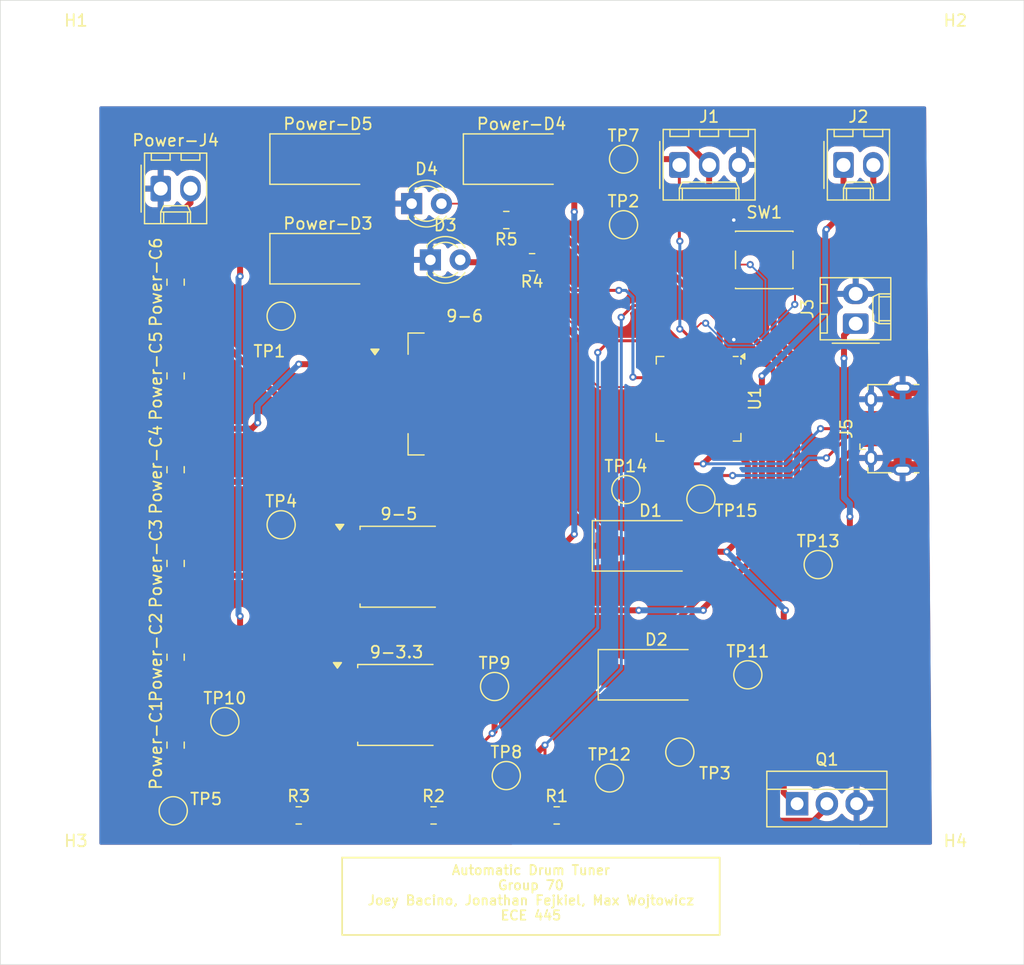
<source format=kicad_pcb>
(kicad_pcb (version 20240108) (generator "pcbnew") (generator_version "8.0")
  (layers (0 "F.Cu" signal) (31 "B.Cu" signal) (34 "B.Paste" user) (35 "F.Paste" user) (36 "B.SilkS" user "B.Silkscreen") (37 "F.SilkS" user "F.Silkscreen") (38 "B.Mask" user) (39 "F.Mask" user) (44 "Edge.Cuts" user))
  (net 0 "")
  (net 1 "/B+")
  (net 2 "GND")
  (net 3 "+5V")
  (net 4 "Net-(D1-A)")
  (net 5 "+6V")
  (net 6 "+3.3V")
  (net 7 "/Servo_Signal")
  (net 8 "Net-(J3-Pin_1)")
  (net 10 "/D-")
  (net 11 "/D+")
  (net 12 "Net-(Q1-B)")
  (net 13 "/Solenoid_Signal")
  (net 14 "/PiezoOut")
  (net 28 "Net-(D3-A)")
  (net 41 "Net-(D4-A)")
  (net 63 "Net-(9-3.3-VO)")
  (net 64 "Net-(9-5-VO)")
  (net 65 "Net-(9-6-OUT)")
  (net 66 "/LEDSignal1")
  (net 67 "/LEDSignal2")
  (net 68 "Net-(U1-GPIO0)")
  (footprint "Diode_SMD:D_SMA-SMB_Universal_Handsoldering" (layer "F.Cu") (at 127 82.5)
    (property "Reference" "Power-D3")
    (property "Value" "D")
  )
  (footprint "Diode_SMD:D_SMA-SMB_Universal_Handsoldering" (layer "F.Cu") (at 143.5 74)
    (property "Reference" "Power-D4")
    (property "Value" "D")
  )
  (footprint "TestPoint:TestPoint_Pad_D2.0mm" (layer "F.Cu") (at 151 126.8)
    (property "Reference" "TP12")
    (property "Value" "TestPoint" (hide yes))
  )
  (footprint "Package_TO_SOT_SMD:TO-263-3_TabPin2" (layer "F.Cu") (at 138.65 94.04)
    (property "Reference" "9-6")
    (property "Value" "L7806")
  )
  (footprint "TestPoint:TestPoint_Pad_D2.0mm" (layer "F.Cu") (at 141.2 119)
    (property "Reference" "TP9")
    (property "Value" "TestPoint" (hide yes))
  )
  (footprint "Capacitor_SMD:C_0805_2012Metric_Pad1.18x1.45mm_HandSolder" (layer "F.Cu") (at 114 100.5 90)
    (property "Reference" "Power-C4")
    (property "Value" "10uF")
  )
  (footprint "Package_TO_SOT_THT:TO-262-3_Vertical" (layer "F.Cu") (at 167 129)
    (property "Reference" "Q1")
    (property "Value" "NPN")
  )
  (footprint "Connector_Molex:Molex_KK-254_AE-6410-02A_1x02_P2.54mm_Vertical" (layer "F.Cu") (at 170.96 74.5)
    (property "Reference" "J2")
    (property "Value" "Solenoid Connector")
  )
  (footprint "TestPoint:TestPoint_Pad_D2.0mm" (layer "F.Cu") (at 142.2 126.6)
    (property "Reference" "TP8")
    (property "Value" "TestPoint" (hide yes))
  )
  (footprint "Diode_SMD:D_SMA-SMB_Universal_Handsoldering" (layer "F.Cu") (at 155 118)
    (property "Reference" "D2")
    (property "Value" "D_Schottky")
  )
  (footprint "Diode_SMD:D_SMA-SMB_Universal_Handsoldering" (layer "F.Cu") (at 127 74)
    (property "Reference" "Power-D5")
    (property "Value" "D")
  )
  (footprint "Capacitor_SMD:C_0805_2012Metric_Pad1.18x1.45mm_HandSolder" (layer "F.Cu") (at 114 124 90)
    (property "Reference" "Power-C1")
    (property "Value" "10uF")
  )
  (footprint "Resistor_SMD:R_0805_2012Metric_Pad1.20x1.40mm_HandSolder" (layer "F.Cu") (at 142.2 79.2 180)
    (property "Reference" "R5")
    (property "Value" "R")
  )
  (footprint "TestPoint:TestPoint_Pad_D2.0mm" (layer "F.Cu") (at 152.4 102.2)
    (property "Reference" "TP14")
    (property "Value" "TestPoint" (hide yes))
  )
  (footprint "TestPoint:TestPoint_Pad_D2.0mm" (layer "F.Cu") (at 118.2 122)
    (property "Reference" "TP10")
    (property "Value" "TestPoint" (hide yes))
  )
  (footprint "MountingHole:MountingHole_3.2mm_M3" (layer "F.Cu") (at 105.5 136.375)
    (property "Reference" "H3")
    (property "Value" "MountingHole")
  )
  (footprint "Capacitor_SMD:C_0805_2012Metric_Pad1.18x1.45mm_HandSolder" (layer "F.Cu") (at 114 108.5 90)
    (property "Reference" "Power-C3")
    (property "Value" "100uF")
  )
  (footprint "TestPoint:TestPoint_Pad_D2.0mm" (layer "F.Cu") (at 123 87.4)
    (property "Reference" "TP1")
    (property "Value" "TestPoint" (hide yes))
  )
  (footprint "TestPoint:TestPoint_Pad_D2.0mm" (layer "F.Cu") (at 152.2 74)
    (property "Reference" "TP7")
    (property "Value" "TestPoint" (hide yes))
  )
  (footprint "Connector_Molex:Molex_KK-254_AE-6410-02A_1x02_P2.54mm_Vertical" (layer "F.Cu") (at 172 88.04 90)
    (property "Reference" "J3")
    (property "Value" "PiezoSensor")
  )
  (footprint "Connector_Molex:Molex_KK-254_AE-6410-02A_1x02_P2.54mm_Vertical" (layer "F.Cu") (at 112.73 76.52)
    (property "Reference" "Power-J4")
    (property "Value" "9V")
  )
  (footprint "Resistor_SMD:R_0805_2012Metric_Pad1.20x1.40mm_HandSolder" (layer "F.Cu") (at 144.4 82.8 180)
    (property "Reference" "R4")
    (property "Value" "R")
  )
  (footprint "Capacitor_SMD:C_0805_2012Metric_Pad1.18x1.45mm_HandSolder" (layer "F.Cu") (at 114 84.5 90)
    (property "Reference" "Power-C6")
    (property "Value" ".1uF")
  )
  (footprint "Resistor_SMD:R_0805_2012Metric_Pad1.20x1.40mm_HandSolder" (layer "F.Cu") (at 136 130)
    (property "Reference" "R2")
    (property "Value" "100k")
  )
  (footprint "Resistor_SMD:R_0805_2012Metric_Pad1.20x1.40mm_HandSolder" (layer "F.Cu") (at 146.5 130)
    (property "Reference" "R1")
    (property "Value" "1K")
  )
  (footprint "Package_DFN_QFN:QFN-56-1EP_7x7mm_P0.4mm_EP4x4mm" (layer "F.Cu") (at 158.6 94.45 -90)
    (property "Reference" "U1")
    (property "Value" "ESP32-S3")
  )
  (footprint "MountingHole:MountingHole_3.2mm_M3" (layer "F.Cu") (at 180.5 136.375)
    (property "Reference" "H4")
    (property "Value" "MountingHole")
  )
  (footprint "TestPoint:TestPoint_Pad_D2.0mm" (layer "F.Cu") (at 152.2 79.6)
    (property "Reference" "TP2")
    (property "Value" "TestPoint" (hide yes))
  )
  (footprint "Capacitor_SMD:C_0805_2012Metric_Pad1.18x1.45mm_HandSolder" (layer "F.Cu") (at 114 116.5 90)
    (property "Reference" "Power-C2")
    (property "Value" "1uF")
  )
  (footprint "Capacitor_SMD:C_0805_2012Metric_Pad1.18x1.45mm_HandSolder" (layer "F.Cu") (at 114 92.5 90)
    (property "Reference" "Power-C5")
    (property "Value" "1uF")
  )
  (footprint "TestPoint:TestPoint_Pad_D2.0mm" (layer "F.Cu") (at 157 124.6)
    (property "Reference" "TP3")
    (property "Value" "TestPoint" (hide yes))
  )
  (footprint "Diode_SMD:D_SMA-SMB_Universal_Handsoldering" (layer "F.Cu") (at 154.5 107)
    (property "Reference" "D1")
    (property "Value" "D_Schottky")
  )
  (footprint "Connector_Molex:Molex_KK-254_AE-6410-03A_1x03_P2.54mm_Vertical" (layer "F.Cu") (at 156.96 74.5)
    (property "Reference" "J1")
    (property "Value" "Servo Connector Pins")
  )
  (footprint "TestPoint:TestPoint_Pad_D2.0mm" (layer "F.Cu") (at 123 105.2)
    (property "Reference" "TP4")
    (property "Value" "TestPoint" (hide yes))
  )
  (footprint "TestPoint:TestPoint_Pad_D2.0mm" (layer "F.Cu") (at 158.8 103)
    (property "Reference" "TP15")
    (property "Value" "TestPoint" (hide yes))
  )
  (footprint "TestPoint:TestPoint_Pad_D2.0mm" (layer "F.Cu") (at 168.8 108.6)
    (property "Reference" "TP13")
    (property "Value" "TestPoint" (hide yes))
  )
  (footprint "MountingHole:MountingHole_3.2mm_M3" (layer "F.Cu") (at 180.5 66.375)
    (property "Reference" "H2")
    (property "Value" "MountingHole")
  )
  (footprint "Package_TO_SOT_SMD:TO-252-3_TabPin2" (layer "F.Cu") (at 132.84 120.5725)
    (property "Reference" "9-3.3")
    (property "Value" "AZ1117-3.3")
  )
  (footprint "LED_THT:LED_D3.0mm" (layer "F.Cu") (at 134.13 77.8)
    (property "Reference" "D4")
    (property "Value" "LED")
  )
  (footprint "Connector_USB:USB_Micro-B_Amphenol_10118194-0001LF_Horizontal" (layer "F.Cu") (at 174.7 97 90)
    (property "Reference" "J5")
    (property "Value" "USB_B_Micro")
  )
  (footprint "LED_THT:LED_D3.0mm" (layer "F.Cu") (at 135.73 82.6)
    (property "Reference" "D3")
    (property "Value" "LED")
  )
  (footprint "TestPoint:TestPoint_Pad_D2.0mm" (layer "F.Cu") (at 162.8 118)
    (property "Reference" "TP11")
    (property "Value" "TestPoint" (hide yes))
  )
  (footprint "Button_Switch_SMD:SW_SPST_PTS647_Sx38" (layer "F.Cu") (at 164.2 82.6)
    (property "Reference" "SW1")
    (property "Value" "SW_Push")
  )
  (footprint "MountingHole:MountingHole_3.2mm_M3" (layer "F.Cu") (at 105.5 66.375)
    (property "Reference" "H1")
    (property "Value" "MountingHole")
  )
  (footprint "Package_TO_SOT_SMD:TO-252-2" (layer "F.Cu") (at 133.04 108.78)
    (property "Reference" "9-5")
    (property "Value" "BD50FC0FP")
  )
  (footprint "Resistor_SMD:R_0805_2012Metric_Pad1.20x1.40mm_HandSolder" (layer "F.Cu") (at 124.5 130)
    (property "Reference" "R3")
    (property "Value" "10M")
  )
  (footprint "TestPoint:TestPoint_Pad_D2.0mm" (layer "F.Cu") (at 113.8 129.6)
    (property "Reference" "TP5")
    (property "Value" "TestPoint" (hide yes))
  )
  (gr_rect (start 99.05 60.45) (end 186.35 142.725) (stroke (width 0.05)) (fill none) (layer "Edge.Cuts"))
  (gr_text_box "Automatic Drum Tuner\nGroup 70\nJoey Bacino, Jonathan Fejkiel, Max Wojtowicz\nECE 445" (start 128.2 133.6) (end 160.4 140.2) (layer "F.SilkS") (effects (font (size 0.8 0.8) (thickness 0.15) (bold yes)) (justify top)) (border yes) (stroke (width 0.15)))
  (segment (start 114 109.5375) (end 124.9625 109.5375) (width 0.508) (layer "F.Cu") (net 1))
  (segment (start 114 95) (end 114 93.5375) (width 0.508) (layer "F.Cu") (net 1))
  (segment (start 113.8 125.2375) (end 114 125.0375) (width 0.508) (layer "F.Cu") (net 1))
  (segment (start 115.27 77.73) (end 110.5 82.5) (width 0.508) (layer "F.Cu") (net 1))
  (segment (start 110.5 90.0375) (end 114 93.5375) (width 0.508) (layer "F.Cu") (net 1))
  (segment (start 124.9625 109.5375) (end 128 106.5) (width 0.508) (layer "F.Cu") (net 1))
  (segment (start 113.5375 125.0375) (end 114 125.0375) (width 0.508) (layer "F.Cu") (net 1))
  (segment (start 116 97) (end 114 95) (width 0.508) (layer "F.Cu") (net 1))
  (segment (start 110.5 107) (end 110.5 122) (width 0.508) (layer "F.Cu") (net 1))
  (segment (start 110.5 122) (end 113.5375 125.0375) (width 0.508) (layer "F.Cu") (net 1))
  (segment (start 110.5 107) (end 113.0375 109.5375) (width 0.508) (layer "F.Cu") (net 1))
  (segment (start 125.615 125.0375) (end 127.8 122.8525) (width 0.508) (layer "F.Cu") (net 1))
  (segment (start 123 107.575) (end 124.9625 109.5375) (width 0.508) (layer "F.Cu") (net 1))
  (segment (start 110.5 90) (end 110.5 90.0375) (width 0.508) (layer "F.Cu") (net 1))
  (segment (start 131 91.5) (end 124.5 91.5) (width 0.508) (layer "F.Cu") (net 1))
  (segment (start 115.27 76.52) (end 115.27 77.73) (width 0.508) (layer "F.Cu") (net 1))
  (segment (start 114 125.0375) (end 125.615 125.0375) (width 0.508) (layer "F.Cu") (net 1))
  (segment (start 110.5 90) (end 110.5 107) (width 0.508) (layer "F.Cu") (net 1))
  (segment (start 110.5 82.5) (end 110.5 90) (width 0.508) (layer "F.Cu") (net 1))
  (segment (start 113.0375 109.5375) (end 114 109.5375) (width 0.508) (layer "F.Cu") (net 1))
  (segment (start 123 105.2) (end 123 107.575) (width 0.508) (layer "F.Cu") (net 1))
  (segment (start 120.5 97) (end 116 97) (width 0.508) (layer "F.Cu") (net 1))
  (segment (start 121 96.5) (end 120.5 97) (width 0.508) (layer "F.Cu") (net 1))
  (segment (start 113.8 129.6) (end 113.8 125.2375) (width 0.508) (layer "F.Cu") (net 1))
  (via (at 124.5 91.5) (size 0.61) (drill 0.3) (layers "F.Cu" "B.Cu") (net 1))
  (via (at 121 96.5) (size 0.61) (drill 0.3) (layers "F.Cu" "B.Cu") (net 1))
  (segment (start 122.5 93.5) (end 121 95) (width 0.508) (layer "B.Cu") (net 1))
  (segment (start 124.5 91.5) (end 122.5 93.5) (width 0.508) (layer "B.Cu") (net 1))
  (segment (start 121 95) (end 121 96.5) (width 0.508) (layer "B.Cu") (net 1))
  (segment (start 158.6 94.45) (end 161.6 91.45) (width 0.254) (layer "F.Cu") (net 2))
  (segment (start 176 93.5) (end 176 87) (width 0.254) (layer "F.Cu") (net 2))
  (segment (start 161.6 91.45) (end 161.6 89.4) (width 0.254) (layer "F.Cu") (net 2))
  (segment (start 167.5 87.5) (end 169.5 85.5) (width 0.254) (layer "F.Cu") (net 2))
  (segment (start 169.5 85.5) (end 172 85.5) (width 0.254) (layer "F.Cu") (net 2))
  (segment (start 172.625001 95.7) (end 167.5 90.574999) (width 0.254) (layer "F.Cu") (net 2))
  (segment (start 174.5 85.5) (end 172 85.5) (width 0.254) (layer "F.Cu") (net 2))
  (segment (start 162.04 78.76) (end 162.04 74.5) (width 0.254) (layer "F.Cu") (net 2))
  (segment (start 161.6 79.2) (end 162.04 78.76) (width 0.254) (layer "F.Cu") (net 2))
  (segment (start 176 87) (end 174.5 85.5) (width 0.254) (layer "F.Cu") (net 2))
  (segment (start 173.3 95.7) (end 172.625001 95.7) (width 0.254) (layer "F.Cu") (net 2))
  (segment (start 167.5 90.574999) (end 167.5 87.5) (width 0.254) (layer "F.Cu") (net 2))
  (via (at 161.6 79.2) (size 0.61) (drill 0.3) (layers "F.Cu" "B.Cu") (net 2))
  (via (at 161.6 89.4) (size 0.61) (drill 0.3) (layers "F.Cu" "B.Cu") (net 2))
  (segment (start 161.6 89.4) (end 161.6 79.2) (width 0.254) (layer "B.Cu") (net 2))
  (segment (start 147.5 112.5) (end 146.5 111.5) (width 0.508) (layer "F.Cu") (net 3))
  (segment (start 167 104) (end 167.168098 104.168098) (width 0.508) (layer "F.Cu") (net 3))
  (segment (start 127.1 85.5) (end 124.1 82.5) (width 0.508) (layer "F.Cu") (net 3))
  (segment (start 166.898026 91) (end 167 91) (width 0.508) (layer "F.Cu") (net 3))
  (segment (start 148.5 89.5) (end 144.5 85.5) (width 0.508) (layer "F.Cu") (net 3))
  (segment (start 166.2 78) (end 165 79.2) (width 0.508) (layer "F.Cu") (net 3))
  (segment (start 170.96 76.54) (end 169.5 78) (width 0.508) (layer "F.Cu") (net 3))
  (segment (start 172.225 98.3) (end 170.7 99.825) (width 0.508) (layer "F.Cu") (net 3))
  (segment (start 125.2 87.4) (end 127.1 85.5) (width 0.508) (layer "F.Cu") (net 3))
  (segment (start 167 91) (end 167 104) (width 0.508) (layer "F.Cu") (net 3))
  (segment (start 123 87.4) (end 125.2 87.4) (width 0.508) (layer "F.Cu") (net 3))
  (segment (start 151.6 107) (end 148.5 103.9) (width 0.508) (layer "F.Cu") (net 3))
  (segment (start 146.5 109.5) (end 149 107) (width 0.508) (layer "F.Cu") (net 3))
  (segment (start 170.96 74.5) (end 170.96 76.54) (width 0.508) (layer "F.Cu") (net 3))
  (segment (start 170.7 100.636196) (end 167.168098 104.168098) (width 0.508) (layer "F.Cu") (net 3))
  (segment (start 159 112.336196) (end 159 112.5) (width 0.508) (layer "F.Cu") (net 3))
  (segment (start 146.5 111.5) (end 146.5 109.5) (width 0.508) (layer "F.Cu") (net 3))
  (segment (start 149 107) (end 151.6 107) (width 0.508) (layer "F.Cu") (net 3))
  (segment (start 148.5 103.9) (end 148.5 89.5) (width 0.508) (layer "F.Cu") (net 3))
  (segment (start 165 89.101974) (end 166.898026 91) (width 0.508) (layer "F.Cu") (net 3))
  (segment (start 169.5 78) (end 166.2 78) (width 0.508) (layer "F.Cu") (net 3))
  (segment (start 173.3 98.3) (end 172.225 98.3) (width 0.508) (layer "F.Cu") (net 3))
  (segment (start 167.168098 104.168098) (end 159 112.336196) (width 0.508) (layer "F.Cu") (net 3))
  (segment (start 170.7 99.825) (end 170.7 100.636196) (width 0.508) (layer "F.Cu") (net 3))
  (segment (start 144.5 85.5) (end 127.1 85.5) (width 0.508) (layer "F.Cu") (net 3))
  (segment (start 165 79.2) (end 165 89.101974) (width 0.508) (layer "F.Cu") (net 3))
  (segment (start 153.5 112.5) (end 147.5 112.5) (width 0.508) (layer "F.Cu") (net 3))
  (via (at 153.5 112.5) (size 0.61) (drill 0.3) (layers "F.Cu" "B.Cu") (net 3))
  (via (at 159 112.5) (size 0.61) (drill 0.3) (layers "F.Cu" "B.Cu") (net 3))
  (segment (start 159 112.5) (end 153.5 112.5) (width 0.508) (layer "B.Cu") (net 3))
  (segment (start 157.9 107.5) (end 157.4 107) (width 0.508) (layer "F.Cu") (net 4))
  (segment (start 161 107.5) (end 157.9 107.5) (width 0.508) (layer "F.Cu") (net 4))
  (segment (start 167 129) (end 166.8125 129) (width 0.508) (layer "F.Cu") (net 4))
  (segment (start 165.8625 128.05) (end 165.8625 112.6375) (width 0.508) (layer "F.Cu") (net 4))
  (segment (start 165.8625 112.6375) (end 166 112.5) (width 0.508) (layer "F.Cu") (net 4))
  (segment (start 166.8125 129) (end 165.8625 128.05) (width 0.508) (layer "F.Cu") (net 4))
  (segment (start 173.5 76) (end 173.5 74.5) (width 0.508) (layer "F.Cu") (net 4))
  (segment (start 164 104.5) (end 164 92.5) (width 0.508) (layer "F.Cu") (net 4))
  (segment (start 169.5 80) (end 173.5 76) (width 0.508) (layer "F.Cu") (net 4))
  (segment (start 161 107.5) (end 164 104.5) (width 0.508) (layer "F.Cu") (net 4))
  (via (at 164 92.5) (size 0.61) (drill 0.3) (layers "F.Cu" "B.Cu") (net 4))
  (via (at 169.5 80) (size 0.61) (drill 0.3) (layers "F.Cu" "B.Cu") (net 4))
  (via (at 166 112.5) (size 0.61) (drill 0.3) (layers "F.Cu" "B.Cu") (net 4))
  (via (at 161 107.5) (size 0.61) (drill 0.3) (layers "F.Cu" "B.Cu") (net 4))
  (segment (start 166 112.5) (end 161 107.5) (width 0.508) (layer "B.Cu") (net 4))
  (segment (start 164 92.5) (end 169.4 87.1) (width 0.508) (layer "B.Cu") (net 4))
  (segment (start 169.4 87.1) (end 169.4 80.1) (width 0.508) (layer "B.Cu") (net 4))
  (segment (start 169.4 80.1) (end 169.5 80) (width 0.508) (layer "B.Cu") (net 4))
  (segment (start 124.1 74) (end 127.6 70.5) (width 0.508) (layer "F.Cu") (net 5))
  (segment (start 152.1 118) (end 165.5 104.6) (width 0.508) (layer "F.Cu") (net 5))
  (segment (start 152.1 119.7) (end 152.1 118) (width 0.508) (layer "F.Cu") (net 5))
  (segment (start 155.5 70.5) (end 159.5 74.5) (width 0.508) (layer "F.Cu") (net 5))
  (segment (start 157 124.6) (end 152.1 119.7) (width 0.508) (layer "F.Cu") (net 5))
  (segment (start 127.6 70.5) (end 155.5 70.5) (width 0.508) (layer "F.Cu") (net 5))
  (segment (start 165.5 104.6) (end 165.5 91.5) (width 0.508) (layer "F.Cu") (net 5))
  (segment (start 159.5 85.5) (end 159.5 74.5) (width 0.508) (layer "F.Cu") (net 5))
  (segment (start 165.5 91.5) (end 159.5 85.5) (width 0.508) (layer "F.Cu") (net 5))
  (segment (start 149.5 83) (end 153 83) (width 0.508) (layer "F.Cu") (net 6))
  (segment (start 153 83) (end 155.6 83) (width 0.508) (layer "F.Cu") (net 6))
  (segment (start 160.4 90.389088) (end 160.481 90.470088) (width 0.508) (layer "F.Cu") (net 6))
  (segment (start 149.5 82.9) (end 149.5 83) (width 0.508) (layer "F.Cu") (net 6))
  (segment (start 152.2 79.6) (end 152.2 82.2) (width 0.508) (layer "F.Cu") (net 6))
  (segment (start 155.6 83) (end 160.4 87.8) (width 0.508) (layer "F.Cu") (net 6))
  (segment (start 152.2 82.2) (end 153 83) (width 0.508) (layer "F.Cu") (net 6))
  (segment (start 140.6 74) (end 149.5 82.9) (width 0.508) (layer "F.Cu") (net 6))
  (segment (start 160.4 87.8) (end 160.4 90.389088) (width 0.508) (layer "F.Cu") (net 6))
  (segment (start 160.4 91) (end 160.8 91) (width 0.254) (layer "F.Cu") (net 6))
  (segment (start 156.96 80.96) (end 157 81) (width 0.254) (layer "F.Cu") (net 7))
  (segment (start 157 88.5) (end 157.131306 88.5) (width 0.254) (layer "F.Cu") (net 7))
  (segment (start 156.96 74.5) (end 156.96 80.96) (width 0.254) (layer "F.Cu") (net 7))
  (segment (start 159.2 90.568694) (end 159.2 91) (width 0.254) (layer "F.Cu") (net 7))
  (segment (start 157.131306 88.5) (end 159.2 90.568694) (width 0.254) (layer "F.Cu") (net 7))
  (segment (start 152.2 74) (end 156.46 74) (width 0.508) (layer "F.Cu") (net 7))
  (segment (start 156.46 74) (end 156.96 74.5) (width 0.508) (layer "F.Cu") (net 7))
  (via (at 157 88.5) (size 0.61) (drill 0.3) (layers "F.Cu" "B.Cu") (net 7))
  (via (at 157 81) (size 0.61) (drill 0.3) (layers "F.Cu" "B.Cu") (net 7))
  (segment (start 157 81) (end 157 88.5) (width 0.254) (layer "B.Cu") (net 7))
  (segment (start 143 132) (end 141 130) (width 0.508) (layer "F.Cu") (net 8))
  (segment (start 171.5 106.2) (end 171.5 106.5) (width 0.508) (layer "F.Cu") (net 8))
  (segment (start 171.5 104.5) (end 171.5 106.2) (width 0.508) (layer "F.Cu") (net 8))
  (segment (start 168.8 108.6) (end 171.2 106.2) (width 0.508) (layer "F.Cu") (net 8))
  (segment (start 141 130) (end 137 130) (width 0.508) (layer "F.Cu") (net 8))
  (segment (start 175.4 110.4) (end 175.4 128.6) (width 0.508) (layer "F.Cu") (net 8))
  (segment (start 171 89.04) (end 172 88.04) (width 0.508) (layer "F.Cu") (net 8))
  (segment (start 171 91) (end 171 89.04) (width 0.508) (layer "F.Cu") (net 8))
  (segment (start 171.5 106.5) (end 175.4 110.4) (width 0.508) (layer "F.Cu") (net 8))
  (segment (start 175.4 128.6) (end 172 132) (width 0.508) (layer "F.Cu") (net 8))
  (segment (start 171.2 106.2) (end 171.5 106.2) (width 0.508) (layer "F.Cu") (net 8))
  (segment (start 172 132) (end 143 132) (width 0.508) (layer "F.Cu") (net 8))
  (via (at 171 91) (size 0.61) (drill 0.3) (layers "F.Cu" "B.Cu") (net 8))
  (via (at 171.5 104.5) (size 0.61) (drill 0.3) (layers "F.Cu" "B.Cu") (net 8))
  (segment (start 171 91) (end 171 102.898622) (width 0.508) (layer "B.Cu") (net 8))
  (segment (start 171.5 103.398622) (end 171.5 104.5) (width 0.508) (layer "B.Cu") (net 8))
  (segment (start 171 102.898622) (end 171.5 103.398622) (width 0.508) (layer "B.Cu") (net 8))
  (segment (start 171.35 97.65) (end 173.3 97.65) (width 0.254) (layer "F.Cu") (net 10))
  (segment (start 153 98.5) (end 153 97) (width 0.254) (layer "F.Cu") (net 10))
  (segment (start 155.5 101) (end 153 98.5) (width 0.254) (layer "F.Cu") (net 10))
  (segment (start 154.15 95.85) (end 155.15 95.85) (width 0.254) (layer "F.Cu") (net 10))
  (segment (start 161.5 101) (end 155.6 101) (width 0.254) (layer "F.Cu") (net 10))
  (segment (start 153 97) (end 154.15 95.85) (width 0.254) (layer "F.Cu") (net 10))
  (segment (start 152.4 102.2) (end 154.4 102.2) (width 0.508) (layer "F.Cu") (net 10))
  (segment (start 155.6 101) (end 155.5 101) (width 0.254) (layer "F.Cu") (net 10))
  (segment (start 169.5 99.5) (end 171.35 97.65) (width 0.254) (layer "F.Cu") (net 10))
  (segment (start 154.4 102.2) (end 155.6 101) (width 0.508) (layer "F.Cu") (net 10))
  (via (at 161.5 101) (size 0.61) (drill 0.3) (layers "F.Cu" "B.Cu") (net 10))
  (via (at 169.5 99.5) (size 0.61) (drill 0.3) (layers "F.Cu" "B.Cu") (net 10))
  (segment (start 166.5 101) (end 161.5 101) (width 0.254) (layer "B.Cu") (net 10))
  (segment (start 169.5 99.5) (end 168 99.5) (width 0.254) (layer "B.Cu") (net 10))
  (segment (start 168 99.5) (end 166.5 101) (width 0.254) (layer "B.Cu") (net 10))
  (segment (start 154 98.5) (end 154 96.968694) (width 0.254) (layer "F.Cu") (net 11))
  (segment (start 159.6 99.4) (end 159 100) (width 0.508) (layer "F.Cu") (net 11))
  (segment (start 162.8 102.2) (end 162.8 100) (width 0.508) (layer "F.Cu") (net 11))
  (segment (start 162.8 100) (end 162.2 99.4) (width 0.508) (layer "F.Cu") (net 11))
  (segment (start 173.3 97) (end 172.5 97) (width 0.254) (layer "F.Cu") (net 11))
  (segment (start 155.5 100) (end 154 98.5) (width 0.254) (layer "F.Cu") (net 11))
  (segment (start 154.718694 96.25) (end 155.15 96.25) (width 0.254) (layer "F.Cu") (net 11))
  (segment (start 162.2 99.4) (end 159.6 99.4) (width 0.508) (layer "F.Cu") (net 11))
  (segment (start 158.8 103) (end 162 103) (width 0.508) (layer "F.Cu") (net 11))
  (segment (start 162 103) (end 162.8 102.2) (width 0.508) (layer "F.Cu") (net 11))
  (segment (start 173.3 97) (end 169 97) (width 0.254) (layer "F.Cu") (net 11))
  (segment (start 154 96.968694) (end 154.718694 96.25) (width 0.254) (layer "F.Cu") (net 11))
  (segment (start 159 100) (end 155.5 100) (width 0.254) (layer "F.Cu") (net 11))
  (via (at 159 100) (size 0.61) (drill 0.3) (layers "F.Cu" "B.Cu") (net 11))
  (via (at 169 97) (size 0.61) (drill 0.3) (layers "F.Cu" "B.Cu") (net 11))
  (segment (start 166 100) (end 159 100) (width 0.254) (layer "B.Cu") (net 11))
  (segment (start 169 97) (end 166 100) (width 0.254) (layer "B.Cu") (net 11))
  (segment (start 147.954 130.454) (end 147.5 130) (width 0.508) (layer "F.Cu") (net 12))
  (segment (start 150.7 126.8) (end 147.5 130) (width 0.508) (layer "F.Cu") (net 12))
  (segment (start 169.4 129.4605) (end 168.4065 130.454) (width 0.508) (layer "F.Cu") (net 12))
  (segment (start 169.4 129) (end 169.4 129.4605) (width 0.508) (layer "F.Cu") (net 12))
  (segment (start 169.54 129) (end 169.4 129) (width 0.1524) (layer "F.Cu") (net 12))
  (segment (start 151 126.8) (end 150.7 126.8) (width 0.508) (layer "F.Cu") (net 12))
  (segment (start 168.4065 130.454) (end 147.954 130.454) (width 0.508) (layer "F.Cu") (net 12))
  (segment (start 153 86.5) (end 154 86.5) (width 0.254) (layer "F.Cu") (net 13))
  (segment (start 152 87.5) (end 153 86.5) (width 0.254) (layer "F.Cu") (net 13))
  (segment (start 145.5 130) (end 145.5 124) (width 0.254) (layer "F.Cu") (net 13))
  (segment (start 142.2 126.6) (end 142.9 126.6) (width 0.508) (layer "F.Cu") (net 13))
  (segment (start 157.2 89.7) (end 157.2 91) (width 0.254) (layer "F.Cu") (net 13))
  (segment (start 142.9 126.6) (end 145.5 124) (width 0.508) (layer "F.Cu") (net 13))
  (segment (start 154 86.5) (end 157.2 89.7) (width 0.254) (layer "F.Cu") (net 13))
  (via (at 152 87.5) (size 0.61) (drill 0.3) (layers "F.Cu" "B.Cu") (net 13))
  (via (at 145.5 124) (size 0.61) (drill 0.3) (layers "F.Cu" "B.Cu") (net 13))
  (segment (start 152.008 87.508) (end 152 87.5) (width 0.254) (layer "B.Cu") (net 13))
  (segment (start 145.5 124) (end 152.008 117.492) (width 0.254) (layer "B.Cu") (net 13))
  (segment (start 152.008 117.492) (end 152.008 101) (width 0.254) (layer "B.Cu") (net 13))
  (segment (start 152.008 101) (end 152.008 87.508) (width 0.254) (layer "B.Cu") (net 13))
  (segment (start 141.2 122.8) (end 141 123) (width 0.508) (layer "F.Cu") (net 14))
  (segment (start 150 90.5) (end 151 89.5) (width 0.254) (layer "F.Cu") (net 14))
  (segment (start 154.5 89.5) (end 156 91) (width 0.254) (layer "F.Cu") (net 14))
  (segment (start 135 130) (end 135 129) (width 0.254) (layer "F.Cu") (net 14))
  (segment (start 141.2 119) (end 141.2 122.8) (width 0.508) (layer "F.Cu") (net 14))
  (segment (start 125.5 130) (end 135 130) (width 0.254) (layer "F.Cu") (net 14))
  (segment (start 135 129) (end 141 123) (width 0.254) (layer "F.Cu") (net 14))
  (segment (start 151 89.5) (end 154.5 89.5) (width 0.254) (layer "F.Cu") (net 14))
  (via (at 141 123) (size 0.61) (drill 0.3) (layers "F.Cu" "B.Cu") (net 14))
  (via (at 150 90.5) (size 0.61) (drill 0.3) (layers "F.Cu" "B.Cu") (net 14))
  (segment (start 141 123) (end 150 114) (width 0.254) (layer "B.Cu") (net 14))
  (segment (start 150 114) (end 150 90.5) (width 0.254) (layer "B.Cu") (net 14))
  (segment (start 138.6 82.6) (end 137.625 82.6) (width 0.508) (layer "F.Cu") (net 28))
  (segment (start 138.8 82.8) (end 138.6 82.6) (width 0.508) (layer "F.Cu") (net 28))
  (segment (start 143.4 82.8) (end 138.8 82.8) (width 0.508) (layer "F.Cu") (net 28))
  (segment (start 139.8 77.8) (end 136.67 77.8) (width 0.1524) (layer "F.Cu") (net 41))
  (segment (start 141.2 79.2) (end 139.8 77.8) (width 0.1524) (layer "F.Cu") (net 41))
  (segment (start 127.5 115) (end 124.5 118) (width 0.508) (layer "F.Cu") (net 63))
  (segment (start 124.5 119) (end 126.0725 120.5725) (width 0.508) (layer "F.Cu") (net 63))
  (segment (start 143 111) (end 142 111) (width 0.508) (layer "F.Cu") (net 63))
  (segment (start 127.8 120.5725) (end 130.9 120.5725) (width 0.508) (layer "F.Cu") (net 63))
  (segment (start 124.5 118) (end 124.5 119) (width 0.508) (layer "F.Cu") (net 63))
  (segment (start 114 101.5375) (end 136.0375 101.5375) (width 0.508) (layer "F.Cu") (net 63))
  (segment (start 139.5 115) (end 127.5 115) (width 0.508) (layer "F.Cu") (net 63))
  (segment (start 148 75.6) (end 148 78.5) (width 0.508) (layer "F.Cu") (net 63))
  (segment (start 126.0725 120.5725) (end 127.8 120.5725) (width 0.508) (layer "F.Cu") (net 63))
  (segment (start 148 106) (end 143 111) (width 0.508) (layer "F.Cu") (net 63))
  (segment (start 142 111) (end 142 112.5) (width 0.508) (layer "F.Cu") (net 63))
  (segment (start 142 107.5) (end 142 111) (width 0.508) (layer "F.Cu") (net 63))
  (segment (start 130.9 120.5725) (end 132.425 119.0475) (width 0.508) (layer "F.Cu") (net 63))
  (segment (start 136.0375 101.5375) (end 142 107.5) (width 0.508) (layer "F.Cu") (net 63))
  (segment (start 146.4 74) (end 148 75.6) (width 0.508) (layer "F.Cu") (net 63))
  (segment (start 142 112.5) (end 139.5 115) (width 0.508) (layer "F.Cu") (net 63))
  (via (at 148 106) (size 0.61) (drill 0.3) (layers "F.Cu" "B.Cu") (net 63))
  (via (at 148 78.5) (size 0.61) (drill 0.3) (layers "F.Cu" "B.Cu") (net 63))
  (segment (start 148 78.5) (end 148 106) (width 0.508) (layer "B.Cu") (net 63))
  (segment (start 119.5 113) (end 119.5 117.5375) (width 0.508) (layer "F.Cu") (net 64))
  (segment (start 129.9 82.5) (end 127.4 80) (width 0.508) (layer "F.Cu") (net 64))
  (segment (start 114 117.5375) (end 119.5 117.5375) (width 0.508) (layer "F.Cu") (net 64))
  (segment (start 121.5 80) (end 120 81.5) (width 0.508) (layer "F.Cu") (net 64))
  (segment (start 119.5 82) (end 119.5 84) (width 0.508) (layer "F.Cu") (net 64))
  (segment (start 126 80) (end 121.5 80) (width 0.508) (layer "F.Cu") (net 64))
  (segment (start 120 81.5) (end 119.5 82) (width 0.508) (layer "F.Cu") (net 64))
  (segment (start 121.5225 117.5375) (end 128 111.06) (width 0.508) (layer "F.Cu") (net 64))
  (segment (start 127.4 80) (end 126 80) (width 0.508) (layer "F.Cu") (net 64))
  (segment (start 119.5 117.5375) (end 121.5225 117.5375) (width 0.508) (layer "F.Cu") (net 64))
  (via (at 119.5 113) (size 0.61) (drill 0.3) (layers "F.Cu" "B.Cu") (net 64))
  (via (at 119.5 84) (size 0.61) (drill 0.3) (layers "F.Cu" "B.Cu") (net 64))
  (segment (start 119.365 112.865) (end 119.5 113) (width 0.508) (layer "B.Cu") (net 64))
  (segment (start 119.365 84.135) (end 119.365 112.865) (width 0.508) (layer "B.Cu") (net 64))
  (segment (start 119.5 84) (end 119.365 84.135) (width 0.508) (layer "B.Cu") (net 64))
  (segment (start 131 77) (end 131 75.1) (width 0.508) (layer "F.Cu") (net 65))
  (segment (start 131 75.1) (end 129.9 74) (width 0.508) (layer "F.Cu") (net 65))
  (segment (start 114 85.5375) (end 125.0425 96.58) (width 0.508) (layer "F.Cu") (net 65))
  (segment (start 114 85.5375) (end 118.973483 80.564017) (width 0.508) (layer "F.Cu") (net 65))
  (segment (start 121.0375 78.5) (end 129.5 78.5) (width 0.508) (layer "F.Cu") (net 65))
  (segment (start 129.5 78.5) (end 131 77) (width 0.508) (layer "F.Cu") (net 65))
  (segment (start 125.0425 96.58) (end 131 96.58) (width 0.508) (layer "F.Cu") (net 65))
  (segment (start 118.973483 80.564017) (end 121.0375 78.5) (width 0.508) (layer "F.Cu") (net 65))
  (segment (start 155.15 92.65) (end 153.05 92.65) (width 0.254) (layer "F.Cu") (net 66))
  (segment (start 153.05 92.65) (end 153 92.6) (width 0.254) (layer "F.Cu") (net 66))
  (segment (start 151.8 85.2) (end 147.8 85.2) (width 0.254) (layer "F.Cu") (net 66))
  (segment (start 147.8 85.2) (end 145.4 82.8) (width 0.254) (layer "F.Cu") (net 66))
  (via (at 151.8 85.2) (size 0.61) (drill 0.3) (layers "F.Cu" "B.Cu") (net 66))
  (via (at 153 92.6) (size 0.61) (drill 0.3) (layers "F.Cu" "B.Cu") (net 66))
  (segment (start 153 85.8) (end 152.4 85.2) (width 0.254) (layer "B.Cu") (net 66))
  (segment (start 153 92.6) (end 153 85.8) (width 0.254) (layer "B.Cu") (net 66))
  (segment (start 152.4 85.2) (end 151.8 85.2) (width 0.254) (layer "B.Cu") (net 66))
  (segment (start 133 82) (end 134.8 80.2) (width 0.1524) (layer "F.Cu") (net 67))
  (segment (start 134.8 85) (end 133 83.2) (width 0.1524) (layer "F.Cu") (net 67))
  (segment (start 155.15 93.45) (end 150.05 93.45) (width 0.1524) (layer "F.Cu") (net 67))
  (segment (start 134.8 80.2) (end 142.2 80.2) (width 0.1524) (layer "F.Cu") (net 67))
  (segment (start 144.8 85) (end 134.8 85) (width 0.1524) (layer "F.Cu") (net 67))
  (segment (start 148.9572 92.3572) (end 148.9572 89.1572) (width 0.1524) (layer "F.Cu") (net 67))
  (segment (start 133 83.2) (end 133 82) (width 0.1524) (layer "F.Cu") (net 67))
  (segment (start 142.2 80.2) (end 143.2 79.2) (width 0.1524) (layer "F.Cu") (net 67))
  (segment (start 150.05 93.45) (end 148.9572 92.3572) (width 0.1524) (layer "F.Cu") (net 67))
  (segment (start 148.9572 89.1572) (end 144.8 85) (width 0.1524) (layer "F.Cu") (net 67))
  (segment (start 159.2 88) (end 158.8 88) (width 0.1524) (layer "F.Cu") (net 68))
  (segment (start 158.4 88.8) (end 159.6 90) (width 0.1524) (layer "F.Cu") (net 68))
  (segment (start 161.575 84.2) (end 161.575 83.625) (width 0.1524) (layer "F.Cu") (net 68))
  (segment (start 161.575 83.625) (end 162.2 83) (width 0.1524) (layer "F.Cu") (net 68))
  (segment (start 158.4 88.4) (end 158.4 88.8) (width 0.1524) (layer "F.Cu") (net 68))
  (segment (start 166.825 84.2) (end 166.825 86.375) (width 0.1524) (layer "F.Cu") (net 68))
  (segment (start 158.8 88) (end 158.4 88.4) (width 0.1524) (layer "F.Cu") (net 68))
  (segment (start 162.2 83) (end 163 83) (width 0.1524) (layer "F.Cu") (net 68))
  (segment (start 159.6 90) (end 159.6 91) (width 0.1524) (layer "F.Cu") (net 68))
  (segment (start 166.825 86.375) (end 166.8 86.4) (width 0.1524) (layer "F.Cu") (net 68))
  (via (at 163 83) (size 0.61) (drill 0.3) (layers "F.Cu" "B.Cu") (net 68))
  (via (at 166.8 86.4) (size 0.61) (drill 0.3) (layers "F.Cu" "B.Cu") (net 68))
  (via (at 159.2 88) (size 0.61) (drill 0.3) (layers "F.Cu" "B.Cu") (net 68))
  (segment (start 164.3 84.3) (end 164.3 88.9) (width 0.1524) (layer "B.Cu") (net 68))
  (segment (start 161.1082 89.9082) (end 159.2 88) (width 0.1524) (layer "B.Cu") (net 68))
  (segment (start 163 83) (end 164.3 84.3) (width 0.1524) (layer "B.Cu") (net 68))
  (segment (start 166.8 86.4) (end 164.3 88.9) (width 0.1524) (layer "B.Cu") (net 68))
  (segment (start 163.2918 89.9082) (end 161.1082 89.9082) (width 0.1524) (layer "B.Cu") (net 68))
  (segment (start 164.3 88.9) (end 163.2918 89.9082) (width 0.1524) (layer "B.Cu") (net 68))
  (zone (net 2) (net_name "GND") (layer "F.Cu") (connect_pads (clearance 0.5)) (min_thickness 0.25) (fill yes (thermal_gap 0.5) (thermal_bridge_width 0.5))
    (polygon (pts (xy 178 69.5) (xy 107.5 69.5) (xy 107.5 132.5) (xy 178.5 132.5)))
  )
  (zone (net 2) (net_name "GND") (layer "B.Cu") (priority 1) (connect_pads (clearance 0.5)) (min_thickness 0.25) (fill yes (thermal_gap 0.5) (thermal_bridge_width 0.5))
    (polygon (pts (xy 178 69.5) (xy 107.5 69.5) (xy 107.5 132.5) (xy 178.5 132.5)))
  )
)
</source>
